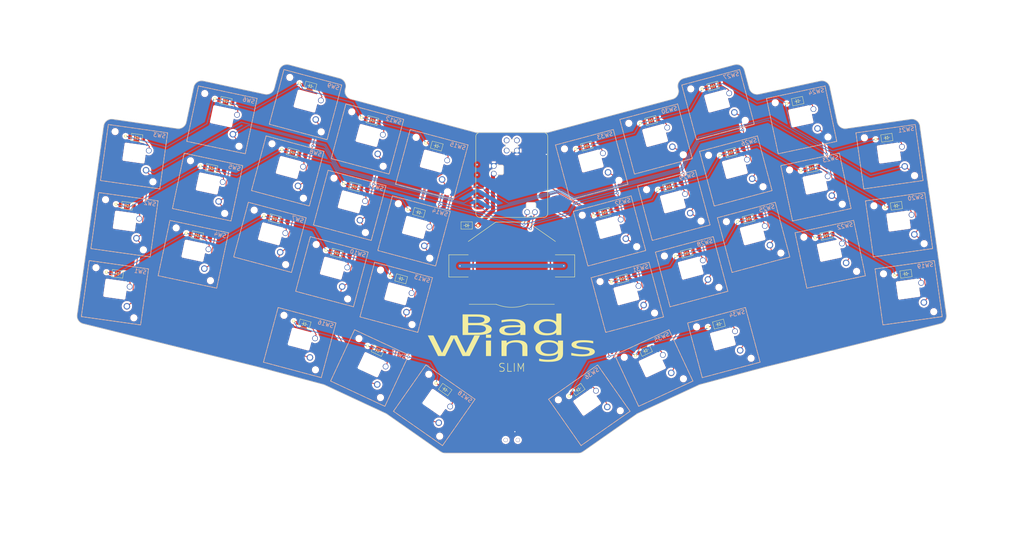
<source format=kicad_pcb>
(kicad_pcb (version 20221018) (generator pcbnew)
  (title_block (title "pcb/bad_wings_thin") (rev "v1.0.0") (company "Unknown"))
  (layers (0 "F.Cu" signal) (31 "B.Cu" signal) (34 "B.Paste" user) (35 "F.Paste" user) (36 "B.SilkS" user "B.Silkscreen") (37 "F.SilkS" user "F.Silkscreen") (38 "B.Mask" user) (39 "F.Mask" user) (44 "Edge.Cuts" user))
  (net 0 "")
  (net 1 "/BAT")
  (net 2 "Net-(BD1-A)")
  (net 3 "/BAT-")
  (net 4 "/row2")
  (net 5 "Net-(D1-A)")
  (net 6 "/row1")
  (net 7 "Net-(D2-A)")
  (net 8 "/row0")
  (net 9 "Net-(D3-A)")
  (net 10 "Net-(D4-A)")
  (net 11 "Net-(D5-A)")
  (net 12 "Net-(D6-A)")
  (net 13 "Net-(D7-A)")
  (net 14 "Net-(D8-A)")
  (net 15 "Net-(D9-A)")
  (net 16 "Net-(D10-A)")
  (net 17 "Net-(D11-A)")
  (net 18 "Net-(D12-A)")
  (net 19 "Net-(D13-A)")
  (net 20 "Net-(D14-A)")
  (net 21 "Net-(D15-A)")
  (net 22 "/row3")
  (net 23 "Net-(D16-A)")
  (net 24 "Net-(D17-A)")
  (net 25 "Net-(D18-A)")
  (net 26 "/row6")
  (net 27 "Net-(D19-A)")
  (net 28 "/row5")
  (net 29 "Net-(D20-A)")
  (net 30 "/row4")
  (net 31 "Net-(D21-A)")
  (net 32 "Net-(D22-A)")
  (net 33 "Net-(D23-A)")
  (net 34 "Net-(D24-A)")
  (net 35 "Net-(D25-A)")
  (net 36 "Net-(D26-A)")
  (net 37 "Net-(D27-A)")
  (net 38 "Net-(D28-A)")
  (net 39 "Net-(D29-A)")
  (net 40 "Net-(D30-A)")
  (net 41 "Net-(D31-A)")
  (net 42 "Net-(D32-A)")
  (net 43 "Net-(D33-A)")
  (net 44 "/row7")
  (net 45 "Net-(D34-A)")
  (net 46 "Net-(D35-A)")
  (net 47 "Net-(D36-A)")
  (net 48 "/GND")
  (net 50 "/col0")
  (net 51 "/col1")
  (net 52 "/col2")
  (net 53 "/col3")
  (net 54 "/col4")
  (net 59 "/RESET")
  (footprint "0-badwings:Kailh-PG1425-X-Switch" (layer "F.Cu") (at 69.134954 -0.640033 165)
    (fp_text reference "SW13")
    (fp_text value "SW_Push_45deg" hide)
  )
  (footprint "0-badwings:Kailh-PG1425-X-Switch" (layer "F.Cu") (at 137.776515 -23.39254 -165)
    (fp_text reference "SW29")
    (fp_text value "SW_Push_45deg" hide)
  )
  (footprint "0-badwings:Kailh-PG1425-X-Switch" (layer "F.Cu") (at 53.231842 -6.971793 165)
    (fp_text reference "SW10")
    (fp_text value "SW_Push_45deg" hide)
  )
  (footprint "0-badwings:D_SOD-123" (layer "F.Cu") (at 147.467966 -52.906538 15)
    (fp_text reference "D27" hide)
    (fp_text value "1N4148W" hide)
  )
  (footprint "0-badwings:D_SOD-123" (layer "F.Cu") (at 195.15946 -6.46831 8)
    (fp_text reference "D19" hide)
    (fp_text value "1N4148W" hide)
  )
  (footprint "0-badwings:D_SOD-123" (layer "F.Cu") (at 39.140477 -20.065042 -15)
    (fp_text reference "D7" hide)
    (fp_text value "1N4148W" hide)
  )
  (footprint "0-badwings:logo" (layer "F.Cu") (at 97.704141 10.411151)
    (fp_text reference "LOGO1")
    (fp_text value "SLIM")
  )
  (footprint "0-badwings:D_SOD-123" (layer "F.Cu") (at 70.364342 -5.228185 -15)
    (fp_text reference "D13" hide)
    (fp_text value "1N4148W" hide)
  )
  (footprint "0-badwings:Kailh-PG1425-X-Switch" (layer "F.Cu") (at 4.319629 -35.433652 172)
    (fp_text reference "SW3")
    (fp_text value "SW_Push_45deg" hide)
  )
  (footprint "0-badwings:D_SOD-123" (layer "F.Cu") (at 140.947044 -11.559951 15)
    (fp_text reference "D28" hide)
    (fp_text value "1N4148W" hide)
  )
  (footprint "0-badwings:D_SOD-123" (layer "F.Cu") (at 130.82294 12.55951 25)
    (fp_text reference "D35" hide)
    (fp_text value "1N4148W" hide)
  )
  (footprint "0-badwings:Kailh-PG1425-X-Switch" (layer "F.Cu") (at 176.438138 -11.285687 -168)
    (fp_text reference "SW22")
    (fp_text value "SW_Push_45deg" hide)
  )
  (footprint "0-badwings:D_SOD-123" (layer "F.Cu") (at 27.026723 -49.188911 -12)
    (fp_text reference "D6" hide)
    (fp_text value "1N4148W" hide)
  )
  (footprint "0-badwings:Kailh-PG1425-X-Switch" (layer "F.Cu") (at 37.911095 -15.476901 165)
    (fp_text reference "SW7")
    (fp_text value "SW_Push_45deg" hide)
  )
  (footprint "0-badwings:Kailh-PG1425-X-Switch" (layer "F.Cu") (at 193.454593 -18.599089 -172)
    (fp_text reference "SW20")
    (fp_text value "SW_Push_45deg" hide)
  )
  (footprint "0-badwings:D_SOD-123" (layer "F.Cu") (at 175.45055 -15.931894 12)
    (fp_text reference "D22" hide)
    (fp_text value "1N4148W" hide)
  )
  (footprint "0-badwings:D_SOD-123" (layer "F.Cu") (at 168.381558 -49.188909 12)
    (fp_text reference "D24" hide)
    (fp_text value "1N4148W" hide)
  )
  (footprint "0-badwings:Kailh-PG1425-X-Switch" (layer "F.Cu") (at 18.970146 -11.285688 168)
    (fp_text reference "SW4")
    (fp_text value "SW_Push_45deg" hide)
  )
  (footprint "0-badwings:D_SOD-123" (layer "F.Cu") (at 120.644014 -21.648906 15)
    (fp_text reference "D32" hide)
    (fp_text value "1N4148W" hide)
  )
  (footprint "0-badwings:Kailh-PG1425-X-Switch" (layer "F.Cu") (at 142.176443 -6.971799 -165)
    (fp_text reference "SW28")
    (fp_text value "SW_Push_45deg" hide)
  )
  (footprint "0-badwings:D_SOD-123" (layer "F.Cu") (at 23.49222 -32.560395 -12)
    (fp_text reference "D5" hide)
    (fp_text value "1N4148W" hide)
  )
  (footprint "0-badwings:Kailh-PG1425-X-Switch" (layer "F.Cu") (at 133.376591 -39.813278 -165)
    (fp_text reference "SW30")
    (fp_text value "SW_Push_45deg" hide)
  )
  (footprint "0-badwings:D_SOD-123" (layer "F.Cu") (at 116.244104 -38.069652 15)
    (fp_text reference "D33" hide)
    (fp_text value "1N4148W" hide)
  )
  (footprint "0-badwings:Kailh-PG1425-X-Switch" (layer "F.Cu") (at 26.039141 -44.542723 168)
    (fp_text reference "SW6")
    (fp_text value "SW_Push_45deg" hide)
  )
  (footprint "0-badwings:D_SOD-123" (layer "F.Cu") (at 64.585339 12.559513 -25)
    (fp_text reference "D17" hide)
    (fp_text value "1N4148W" hide)
  )
  (footprint "0-badwings:D_SOD-123" (layer "F.Cu") (at 54.461233 -11.559949 -15)
    (fp_text reference "D10" hide)
    (fp_text value "1N4148W" hide)
  )
  (footprint "0-badwings:D_SOD-123" (layer "F.Cu") (at 4.980689 -40.137415 -8)
    (fp_text reference "D3" hide)
    (fp_text value "1N4148W" hide)
  )
  (footprint "0-badwings:D_SOD-123" (layer "F.Cu") (at 0.248808 -6.468303 -8)
    (fp_text reference "D1" hide)
    (fp_text value "1N4148W" hide)
  )
  (footprint "0-badwings:D_SOD-123" (layer "F.Cu") (at 58.861163 -27.980685 -15)
    (fp_text reference "D11" hide)
    (fp_text value "1N4148W" hide)
  )
  (footprint "0-badwings:D_SOD-123" (layer "F.Cu") (at 19.957737 -15.931901 -12)
    (fp_text reference "D4" hide)
    (fp_text value "1N4148W" hide)
  )
  (footprint "0-badwings:Kailh-PG1425-X-Switch" (layer "F.Cu") (at 116.880834 26.072969 -145)
    (fp_text reference "SW36")
    (fp_text value "SW_Push_45deg" hide)
  )
  (footprint "0-badwings:D_SOD-123" (layer "F.Cu") (at 63.261075 -44.401418 -15)
    (fp_text reference "D12" hide)
    (fp_text value "1N4148W" hide)
  )
  (footprint "0-badwings:BatteryHolder_Keystone_3002_1x2032" (layer "F.Cu") (at 97.704141 -8.423761 180)
    (fp_text reference "BT1")
    (fp_text value "Battery_Cell")
  )
  (footprint "0-badwings:D_SOD-123" (layer "F.Cu") (at 79.16418 -38.069661 -15)
    (fp_text reference "D15" hide)
    (fp_text value "1N4148W" hide)
  )
  (footprint "0-badwings:D_SOD-123" (layer "F.Cu") (at 43.540391 -36.485781 -15)
    (fp_text reference "D8" hide)
    (fp_text value "1N4148W" hide)
  )
  (footprint "0-badwings:Kailh-PG1425-X-Switch" (layer "F.Cu") (at -0.412268 -1.764539 172)
    (fp_text reference "SW1")
    (fp_text value "SW_Push_45deg" hide)
  )
  (footprint "0-badwings:Kailh-PG1425-X-Switch" (layer "F.Cu") (at 191.088662 -35.433638 -172)
    (fp_text reference "SW21")
    (fp_text value "SW_Push_45deg" hide)
  )
  (footprint "0-jasonhazel-footprints:SPDT_C128955" (layer "F.Cu") (at 97.704147 34.661156)
    (fp_text reference "PWR1" hide)
    (fp_text value "SW_SPDT" hide)
  )
  (footprint "0-badwings:Kailh-PG1425-X-Switch" (layer "F.Cu") (at 169.369151 -44.542712 -168)
    (fp_text reference "SW24")
    (fp_text value "SW_Push_45deg" hide)
  )
  (footprint "0-badwings:Kailh-PG1425-X-Switch" (layer "F.Cu") (at 73.534856 -17.060774 165)
    (fp_text reference "SW14")
    (fp_text value "SW_Push_45deg" hide)
  )
  (footprint "0-badwings:Kailh-PG1425-X-Switch" (layer "F.Cu") (at 126.273334 -0.640037 -165)
    (fp_text reference "SW31")
    (fp_text value "SW_Push_45deg" hide)
  )
  (footprint "0-badwings:D_SOD-123" (layer "F.Cu") (at 190.427596 -40.13742 8)
    (fp_text reference "D21" hide)
    (fp_text value "1N4148W" hide)
  )
  (footprint "0-badwings:D_SOD-123" (layer "F.Cu") (at 192.793525 -23.302871 8)
    (fp_text reference "D20" hide)
    (fp_text value "1N4148W" hide)
  )
  (footprint "0-badwings:Kailh-PG1425-X-Switch" (layer "F.Cu") (at 195.820544 -1.764535 -172)
    (fp_text reference "SW19")
    (fp_text value "SW_Push_45deg" hide)
  )
  (footprint "0-badwings:Kailh-PG1425-X-Switch" (layer "F.Cu") (at 62.031684 -39.813278 165)
    (fp_text reference "SW12")
    (fp_text value "SW_Push_45deg" hide)
  )
  (footprint "0-badwings:Kailh-PG1425-X-Switch" (layer "F.Cu") (at 22.504646 -27.914199 168)
    (fp_text reference "SW5")
    (fp_text value "SW_Push_45deg" hide)
  )
  (footprint "0-badwings:Kailh-PG1425-X-Switch" (layer "F.Cu") (at 117.473484 -33.481512 -165)
    (fp_text reference "SW33")
    (fp_text value "SW_Push_45deg" hide)
  )
  (footprint "0-badwings:D_SOD-123" (layer "F.Cu") (at 47.940319 -52.906531 -15)
    (fp_text reference "D9" hide)
    (fp_text value "1N4148W" hide)
  )
  (footprint "0-badwings:D_SOD-123" (layer "F.Cu") (at 81.251933 22.181995 -35)
    (fp_text reference "D18" hide)
    (fp_text value "1N4148W" hide)
  )
  (footprint "0-badwings:Kailh-PG1425-X-Switch" (layer "F.Cu") (at 157.497197 -15.476902 -165)
    (fp_text reference "SW25")
    (fp_text value "SW_Push_45deg" hide)
  )
  (footprint "0-badwings:Kailh-PG1425-X-Switch" (layer "F.Cu") (at 77.934783 -33.481507 165)
    (fp_text reference "SW15")
    (fp_text value "SW_Push_45deg" hide)
  )
  (footprint "0-badwings:Kailh-PG1425-X-Switch" (layer "F.Cu") (at 62.577893 16.864467 155)
    (fp_text reference "SW17")
    (fp_text value "SW_Push_45deg" hide)
  )
  (footprint "0-badwings:Kailh-PG1425-X-Switch" (layer "F.Cu") (at 45.271624 10.565511 165)
    (fp_text reference "SW16")
    (fp_text value "SW_Push_45deg" hide)
  )
  (footprint "0-badwings:Kailh-PG1425-X-Switch" (layer "F.Cu") (at 121.873412 -17.060774 -165)
    (fp_text reference "SW32")
    (fp_text value "SW_Push_45deg" hide)
  )
  (footprint "0-badwings:D_SOD-123" (layer "F.Cu") (at 171.916049 -32.560412 12)
    (fp_text reference "D23" hide)
    (fp_text value "1N4148W" hide)
  )
  (footprint "0-badwings:D_SOD-123" (layer "F.Cu") (at 2.614747 -23.302871 -8)
    (fp_text reference "D2" hide)
    (fp_text value "1N4148W" hide)
  )
  (footprint "0-badwings:xiao-ble-smd-cutout" (layer "F.Cu") (at 97.704143 -30.92377)
    (fp_text reference "U1")
    (fp_text value "xiao-ble")
    (fp_line (start -4.699 -0.7488) (end -4.699 -1.7902) (stroke (width 0.12)) (layer "Edge.Cuts"))
    (fp_line (start -4.0132 -2.476) (end -2.413 -2.476) (stroke (width 0.12)) (layer "Edge.Cuts"))
    (fp_line (start -2.413 -0.063) (end -4.0132 -0.063) (stroke (width 0.12)) (layer "Edge.Cuts"))
    (fp_line (start -2.032 -2.095) (end -2.032 -0.444) (stroke (width 0.12)) (layer "Edge.Cuts"))
    (fp_line (start -1.524 -6.4638) (end -1.524 -8.1402) (stroke (width 0.12)) (layer "Edge.Cuts"))
    (fp_line (start -0.8382 -8.826) (end 0.8382 -8.826) (stroke (width 0.12)) (layer "Edge.Cuts"))
    (fp_line (start -0.8382 -5.778) (end 0.8382 -5.778) (stroke (width 0.12)) (layer "Edge.Cuts"))
    (fp_line (start 1.524 -6.4638) (end 1.524 -8.1402) (stroke (width 0.12)) (layer "Edge.Cuts"))
    (fp_line (start 3.556 8.7762) (end 3.5565 7.176) (stroke (width 0.12)) (layer "Edge.Cuts"))
    (fp_line (start 3.9375 6.795) (end 5.5885 6.795) (stroke (width 0.12)) (layer "Edge.Cuts"))
    (fp_line (start 5.2832 9.462) (end 4.2418 9.462) (stroke (width 0.12)) (layer "Edge.Cuts"))
    (fp_line (start 5.9695 7.176) (end 5.969 8.7762) (stroke (width 0.12)) (layer "Edge.Cuts"))
    (fp_arc (start -4.699 -0.7488) (mid -4.095391 -0.666609) (end -4.0132 -0.063) (stroke (width 0.12)) (layer "Edge.Cuts"))
    (fp_arc (start -4.0132 -2.476) (mid -4.095391 -1.872391) (end -4.699 -1.7902) (stroke (width 0.12)) (layer "Edge.Cuts"))
    (fp_arc (start -2.413 -2.476) (mid -2.143592 -2.364408) (end -2.032 -2.095) (stroke (width 0.12)) (layer "Edge.Cuts"))
    (fp_arc (start -2.032 -0.444) (mid -2.143592 -0.174592) (end -2.413 -0.063) (stroke (width 0.12)) (layer "Edge.Cuts"))
    (fp_arc (start -1.524 -6.4638) (mid -0.920391 -6.381609) (end -0.8382 -5.778) (stroke (width 0.12)) (layer "Edge.Cuts"))
    (fp_arc (start -0.8382 -8.826) (mid -0.920391 -8.222391) (end -1.524 -8.1402) (stroke (width 0.12)) (layer "Edge.Cuts"))
    (fp_arc (start 0.8382 -5.778) (mid 0.920391 -6.381609) (end 1.524 -6.4638) (stroke (width 0.12)) (layer "Edge.Cuts"))
    (fp_arc (start 1.524 -8.1402) (mid 0.920393 -8.222393) (end 0.8382 -8.826) (stroke (width 0.12)) (layer "Edge.Cuts"))
    (fp_arc (start 3.556 8.7762) (mid 4.159607 8.858393) (end 4.2418 9.462) (stroke (width 0.12)) (layer "Edge.Cuts"))
    (fp_arc (start 3.5565 7.176) (mid 3.668092 6.906592) (end 3.9375 6.795) (stroke (width 0.12)) (layer "Edge.Cuts"))
    (fp_arc (start 5.2832 9.462) (mid 5.365393 8.858393) (end 5.969 8.7762) (stroke (width 0.12)) (layer "Edge.Cuts"))
    (fp_arc (start 5.5885 6.795) (mid 5.857908 6.906592) (end 5.9695 7.176) (stroke (width 0.12)) (layer "Edge.Cuts"))
  )
  (footprint "0-badwings:Kailh-PG1425-X-Switch" (layer "F.Cu") (at 150.136663 10.565512 -165)
    (fp_text reference "SW34")
    (fp_text value "SW_Push_45deg" hide)
  )
  (footprint "0-badwings:D_SOD-123" (layer "F.Cu") (at 114.156352 22.181984 35)
    (fp_text reference "D36" hide)
    (fp_text value "1N4148W" hide)
  )
  (footprint "0-badwings:Kailh-PG1425-X-Switch" (layer "F.Cu") (at 148.697348 -48.318394 -165)
    (fp_text reference "SW27")
    (fp_text value "SW_Push_45deg" hide)
  )
  (footprint "0-badwings:D_SOD-123" (layer "F.Cu") (at 132.147201 -44.401418 15)
    (fp_text reference "D30" hide)
    (fp_text value "1N4148W" hide)
  )
  (footprint "0-badwings:D_SOD-123" (layer "F.Cu") (at 148.907271 5.977365 15)
    (fp_text reference "D34" hide)
    (fp_text value "1N4148W" hide)
  )
  (footprint "0-badwings:Kailh-PG1425-X-Switch" (layer "F.Cu") (at 78.527445 26.072954 145)
    (fp_text reference "SW18")
    (fp_text value "SW_Push_45deg" hide)
  )
  (footprint "0-badwings:D_SOD-123" (layer "F.Cu") (at 46.501017 5.977368 -15)
    (fp_text reference "D16" hide)
    (fp_text value "1N4148W" hide)
  )
  (footprint "0-badwings:Kailh-PG1425-X-Switch" (layer "F.Cu") (at 57.631768 -23.392553 165)
    (fp_text reference "SW11")
    (fp_text value "SW_Push_45deg" hide)
  )
  (footprint "0-badwings:Kailh-PG1425-X-Switch" (layer "F.Cu") (at 172.903634 -27.914196 -168)
    (fp_text reference "SW23")
    (fp_text value "SW_Push_45deg" hide)
  )
  (footprint "0-badwings:D_SOD-123" (layer "F.Cu") (at 125.043933 -5.22819 15)
    (fp_text reference "D31" hide)
    (fp_text value "1N4148W" hide)
  )
  (footprint "0-badwings:D_SOD-123" (layer "F.Cu") (at 74.764258 -21.648899 -15)
    (fp_text reference "D14" hide)
    (fp_text value "1N4148W" hide)
  )
  (footprint "0-badwings:D_SOD-123" (layer "F.Cu") (at 136.547119 -27.980683 15)
    (fp_text reference "D29" hide)
    (fp_text value "1N4148W" hide)
  )
  (footprint "0-badwings:D_SOD-123" (layer "F.Cu") (at 86.55914 -18.423757 180)
    (fp_text reference "BD1" hide)
    (fp_text value "1N4148W" hide)
  )
  (footprint "0-badwings:D_SOD-123" (layer "F.Cu") (at 151.867885 -36.485788 15)
    (fp_text reference "D26" hide)
    (fp_text value "1N4148W" hide)
  )
  (footprint "0-badwings:Kailh-PG1425-X-Switch" (layer "F.Cu") (at 46.710931 -48.318384 165)
    (fp_text reference "SW9")
    (fp_text value "SW_Push_45deg" hide)
  )
  (footprint "0-badwings:Kailh-PG1425-X-Switch" (layer "F.Cu") (at 42.311002 -31.89765 165)
    (fp_text reference "SW8")
    (fp_text value "SW_Push_45deg" hide)
  )
  (footprint "0-badwings:D_SOD-123" (layer "F.Cu") (at 156.267811 -20.065046 15)
    (fp_text reference "D25" hide)
    (fp_text value "1N4148W" hide)
  )
  (footprint "0-badwings:Kailh-PG1425-X-Switch" (layer "F.Cu") (at 1.953676 -18.5991 172)
    (fp_text reference "SW2")
    (fp_text value "SW_Push_45deg" hide)
  )
  (footprint "0-badwings:Kailh-PG1425-X-Switch" (layer "F.Cu") (at 153.097274 -31.897655 -165)
    (fp_text reference "SW26")
    (fp_text value "SW_Push_45deg" hide)
  )
  (footprint "0-badwings:Kailh-PG1425-X-Switch" (layer "F.Cu") (at 132.830381 16.864473 -155)
    (fp_text reference "SW35")
    (fp_text value "SW_Push_45deg" hide)
  )
  (gr_arc (start 19.074927 -52.661475) (mid 19.944722 -53.924786) (end 21.453514 -54.200561) (stroke (width 0.15)) (layer "Edge.Cuts"))
  (gr_arc (start 138.804644 -52.396946) (mid 139.004443 -53.914584) (end 140.218856 -54.846425) (stroke (width 0.15)) (layer "Edge.Cuts"))
  (gr_line (start 34.842658 16.571308) (end -8.261425 5.903176) (stroke (width 0.15)) (layer "Edge.Cuts"))
  (gr_line (start 178.177239 -43.986611) (end 176.333355 -52.66147) (stroke (width 0.15)) (layer "Edge.Cuts"))
  (gr_arc (start 38.993414 -52.357675) (mid 38.103748 -51.168307) (end 36.639291 -50.920389) (stroke (width 0.15)) (layer "Edge.Cuts"))
  (gr_arc (start -3.194479 -43.043069) (mid -2.413425 -44.36511) (end -0.925324 -44.74378) (stroke (width 0.15)) (layer "Edge.Cuts"))
  (gr_arc (start 40.18289 -56.796877) (mid 41.114744 -58.011279) (end 42.632378 -58.211075) (stroke (width 0.15)) (layer "Edge.Cuts"))
  (gr_line (start 196.333607 -44.743785) (end 180.42215 -42.423368) (stroke (width 0.15)) (layer "Edge.Cuts"))
  (gr_line (start 106.282202 -41.423766) (end 89.126078 -41.423764) (stroke (width 0.15)) (layer "Edge.Cuts"))
  (gr_line (start 57.953134 -49.705976) (end 88.608429 -41.491906) (stroke (width 0.15)) (layer "Edge.Cuts"))
  (gr_arc (start 173.954787 -54.200548) (mid 175.46356 -53.92477) (end 176.333355 -52.66147) (stroke (width 0.15)) (layer "Edge.Cuts"))
  (gr_line (start 51.113008 20.930555) (end 34.879814 16.580888) (stroke (width 0.15)) (layer "Edge.Cuts"))
  (gr_line (start 173.954788 -54.200548) (end 158.769006 -50.920384) (stroke (width 0.15)) (layer "Edge.Cuts"))
  (gr_arc (start 106.799863 -41.491911) (mid 106.543266 -41.44087) (end 106.282202 -41.423766) (stroke (width 0.15)) (layer "Edge.Cuts"))
  (gr_line (start 56.603624 -52.396946) (end 56.538928 -52.155468) (stroke (width 0.15)) (layer "Edge.Cuts"))
  (gr_arc (start 89.126077 -41.423764) (mid 88.86502 -41.440873) (end 88.608429 -41.491906) (stroke (width 0.15)) (layer "Edge.Cuts"))
  (gr_line (start 81.245445 37.911162) (end 114.162853 37.911169) (stroke (width 0.15)) (layer "Edge.Cuts"))
  (gr_line (start 144.12624 20.975839) (end 144.12624 20.975839) (stroke (width 0.15)) (layer "Edge.Cuts"))
  (gr_arc (start 196.333607 -44.743785) (mid 197.821706 -44.36511) (end 198.602748 -43.043069) (stroke (width 0.15)) (layer "Edge.Cuts"))
  (gr_line (start 156.41486 -52.357668) (end 155.225391 -56.796866) (stroke (width 0.15)) (layer "Edge.Cuts"))
  (gr_line (start 128.71904 28.160359) (end 128.71904 28.160359) (stroke (width 0.15)) (layer "Edge.Cuts"))
  (gr_line (start 66.68926 28.16035) (end 66.68926 28.16035) (stroke (width 0.15)) (layer "Edge.Cuts"))
  (gr_arc (start 55.189413 -54.846426) (mid 56.403823 -53.914579) (end 56.603624 -52.396946) (stroke (width 0.15)) (layer "Edge.Cuts"))
  (gr_line (start 138.804644 -52.396946) (end 138.869357 -52.155457) (stroke (width 0.15)) (layer "Edge.Cuts"))
  (gr_line (start -9.761454 3.683406) (end -3.194492 -43.043059) (stroke (width 0.15)) (layer "Edge.Cuts"))
  (gr_arc (start 57.953132 -49.705977) (mid 56.738722 -50.637831) (end 56.538928 -52.155468) (stroke (width 0.15)) (layer "Edge.Cuts"))
  (gr_arc (start 180.422148 -42.423368) (mid 178.99063 -42.761159) (end 178.177239 -43.986611) (stroke (width 0.15)) (layer "Edge.Cuts"))
  (gr_arc (start 143.96768 21.049791) (mid 144.128874 20.983024) (end 144.295273 20.930559) (stroke (width 0.15)) (layer "Edge.Cuts"))
  (gr_arc (start -8.261425 5.903176) (mid -9.438034 5.081565) (end -9.761454 3.683406) (stroke (width 0.15)) (layer "Edge.Cuts"))
  (gr_arc (start 128.575686 28.260701) (mid 128.722837 28.166956) (end 128.877604 28.086403) (stroke (width 0.15)) (layer "Edge.Cuts"))
  (gr_arc (start 138.869356 -52.155458) (mid 138.669555 -50.63782) (end 137.455142 -49.705973) (stroke (width 0.15)) (layer "Edge.Cuts"))
  (gr_arc (start 34.842658 16.571308) (mid 34.86126 16.576007) (end 34.879814 16.580888) (stroke (width 0.15)) (layer "Edge.Cuts"))
  (gr_line (start 42.632378 -58.211075) (end 55.189413 -54.846427) (stroke (width 0.15)) (layer "Edge.Cuts"))
  (gr_line (start 128.877604 28.086403) (end 143.96768 21.049791) (stroke (width 0.15)) (layer "Edge.Cuts"))
  (gr_line (start 160.565618 16.57131) (end 203.669691 5.903166) (stroke (width 0.15)) (layer "Edge.Cuts"))
  (gr_arc (start 115.310002 37.549465) (mid 114.764262 37.818591) (end 114.162853 37.911169) (stroke (width 0.15)) (layer "Edge.Cuts"))
  (gr_line (start 144.295273 20.930559) (end 160.528473 16.580888) (stroke (width 0.15)) (layer "Edge.Cuts"))
  (gr_arc (start 152.775905 -58.211091) (mid 154.293548 -58.011286) (end 155.225391 -56.796866) (stroke (width 0.15)) (layer "Edge.Cuts"))
  (gr_line (start 152.775907 -58.211088) (end 140.218856 -54.846425) (stroke (width 0.15)) (layer "Edge.Cuts"))
  (gr_line (start 17.231028 -43.986605) (end 19.074929 -52.661474) (stroke (width 0.15)) (layer "Edge.Cuts"))
  (gr_arc (start 205.169732 3.683394) (mid 204.846309 5.081562) (end 203.669691 5.903166) (stroke (width 0.15)) (layer "Edge.Cuts"))
  (gr_line (start 205.169732 3.683394) (end 198.602748 -43.043069) (stroke (width 0.15)) (layer "Edge.Cuts"))
  (gr_line (start 21.453514 -54.200561) (end 36.639291 -50.920389) (stroke (width 0.15)) (layer "Edge.Cuts"))
  (gr_line (start 137.455142 -49.705973) (end 106.799864 -41.491912) (stroke (width 0.15)) (layer "Edge.Cuts"))
  (gr_line (start -0.925324 -44.74378) (end 14.986132 -42.42337) (stroke (width 0.15)) (layer "Edge.Cuts"))
  (gr_line (start 115.310002 37.549465) (end 128.575684 28.260699) (stroke (width 0.15)) (layer "Edge.Cuts"))
  (gr_line (start 38.993413 -52.357673) (end 40.182893 -56.796879) (stroke (width 0.15)) (layer "Edge.Cuts"))
  (gr_line (start 80.098285 37.549455) (end 66.832587 28.260701) (stroke (width 0.15)) (layer "Edge.Cuts"))
  (gr_arc (start 158.769006 -50.920383) (mid 157.304533 -51.168292) (end 156.41486 -52.357668) (stroke (width 0.15)) (layer "Edge.Cuts"))
  (gr_line (start 51.282028 20.97584) (end 51.282028 20.97584) (stroke (width 0.15)) (layer "Edge.Cuts"))
  (gr_line (start 66.530671 28.086396) (end 51.4406 21.049787) (stroke (width 0.15)) (layer "Edge.Cuts"))
  (gr_arc (start 17.231027 -43.986606) (mid 16.417636 -42.761175) (end 14.986132 -42.42337) (stroke (width 0.15)) (layer "Edge.Cuts"))
  (gr_arc (start 81.245445 37.911162) (mid 80.644025 37.818599) (end 80.098285 37.549455) (stroke (width 0.15)) (layer "Edge.Cuts"))
  (gr_arc (start 160.528473 16.580888) (mid 160.547023 16.576013) (end 160.565618 16.57131) (stroke (width 0.15)) (layer "Edge.Cuts"))
  (gr_arc (start 66.530671 28.086396) (mid 66.685433 28.16696) (end 66.832587 28.260701) (stroke (width 0.15)) (layer "Edge.Cuts"))
  (gr_arc (start 51.113008 20.930555) (mid 51.279407 20.98302) (end 51.4406 21.049787) (stroke (width 0.15)) (layer "Edge.Cuts"))
  (segment (start 93.065664 -22.13627) (end 93.065652 -31.04273) (width 1) (layer "F.Cu") (net 1))
  (segment (start 89.353134 -18.423769) (end 93.065664 -22.13627) (width 1) (layer "F.Cu") (net 1))
  (segment (start 110.504141 -8.423761) (end 110.52733 -8.423761) (width 1) (layer "F.Cu") (net 2))
  (segment (start 84.909126 -18.42377) (end 84.909132 -8.428769) (width 1) (layer "F.Cu") (net 2))
  (segment (start 110.52733 -8.423761) (end 110.545395 -8.441826) (width 1) (layer "F.Cu") (net 2))
  (segment (start 84.909132 -8.428769) (end 84.904135 -8.423763) (width 1) (layer "F.Cu") (net 2))
  (via (at 84.904141 -8.423761) (size 0.6) (drill 0.3) (layers "F.Cu" "B.Cu") (net 2))
  (via (at 110.545395 -8.441826) (size 0.6) (drill 0.3) (layers "F.Cu" "B.Cu") (net 2))
  (segment (start 84.922206 -8.441826) (end 84.904141 -8.423761) (width 1) (layer "B.Cu") (net 2))
  (segment (start 110.545395 -8.441826) (end 84.922206 -8.441826) (width 1) (layer "B.Cu") (net 2))
  (segment (start 97.704141 -8.423761) (end 95.454147 -6.173767) (width 1) (layer "F.Cu") (net 3))
  (segment (start 95.454147 -6.173767) (end 95.454147 32.586156) (width 1) (layer "F.Cu") (net 3))
  (segment (start 89.134188 -33.463762) (end 85.986972 -34.307055) (width 0.2) (layer "F.Cu") (net 4))
  (segment (start 67.583256 -6.093843) (end 67.66554 -5.95132) (width 0.2) (layer "F.Cu") (net 4))
  (segment (start 74.475028 -20.53872) (end 71.656136 -21.294043) (width 0.2) (layer "F.Cu") (net 4))
  (segment (start 89.134188 -33.463769) (end 89.134188 -33.463762) (width 0.2) (layer "F.Cu") (net 4))
  (segment (start 76.732571 -28.964036) (end 74.475028 -20.53872) (width 0.2) (layer "F.Cu") (net 4))
  (segment (start 71.656136 -21.294043) (end 67.583256 -6.093843) (width 0.2) (layer "F.Cu") (net 4))
  (segment (start 85.986972 -34.307055) (end 76.732571 -28.964036) (width 0.2) (layer "F.Cu") (net 4))
  (via (at 89.134188 -33.463762) (size 0.6) (drill 0.3) (layers "F.Cu" "B.Cu") (net 4))
  (segment (start -0.456171 -6.304695) (end 17.224794 -16.512797) (width 0.2) (layer "B.Cu") (net 4))
  (segment (start 51.762435 -12.283073) (end 48.757236 -17.488249) (width 0.2) (layer "B.Cu") (net 4))
  (segment (start 17.224794 -16.512797) (end 25.292325 -14.351094) (width 0.2) (layer "B.Cu") (net 4))
  (segment (start 48.757236 -17.488249) (end 36.441679 -20.788188) (width 0.2) (layer "B.Cu") (net 4))
  (segment (start -2.518004 -6.857155) (end -0.456171 -6.304695) (width 0.2) (layer "B.Cu") (net 4))
  (segment (start 67.66554 -5.95132) (end 66.25132 -8.400805) (width 0.2) (layer "B.Cu") (net 4))
  (segment (start 25.292325 -14.351094) (end 36.441679 -20.788188) (width 0.2) (layer "B.Cu") (net 4))
  (segment (start 66.25132 -8.400805) (end 51.762435 -12.283073) (width 0.2) (layer "B.Cu") (net 4))
  (segment (start 3.372169 -4.262144) (end 1.88274 -6.238669) (width 0.2) (layer "F.Cu") (net 5))
  (segment (start 3.234721 -3.2841) (end 3.372169 -4.262144) (width 0.2) (layer "F.Cu") (net 5))
  (segment (start 74.456097 -21.731491) (end 76.451783 -29.179485) (width 0.2) (layer "F.Cu") (net 6))
  (segment (start 88.545129 -36.161596) (end 89.134188 -36.003749) (width 0.2) (layer "F.Cu") (net 6))
  (segment (start 72.065468 -22.372053) (end 74.456097 -21.731491) (width 0.2) (layer "F.Cu") (net 6))
  (segment (start 76.451783 -29.179485) (end 88.545129 -36.161596) (width 0.2) (layer "F.Cu") (net 6))
  (segment (start 53.157165 -33.908992) (end 40.841588 -37.208926) (width 0.2) (layer "B.Cu") (net 6))
  (segment (start 2.951666 -22.860073) (end 20.759283 -33.141307) (width 0.2) (layer "B.Cu") (net 6))
  (segment (start 29.663701 -30.75537) (end 40.841588 -37.208926) (width 0.2) (layer "B.Cu") (net 6))
  (segment (start 56.162361 -28.703824) (end 53.157165 -33.908992) (width 0.2) (layer "B.Cu") (net 6))
  (segment (start -0.152058 -23.69171) (end 2.951666 -22.860073) (width 0.2) (layer "B.Cu") (net 6))
  (segment (start 72.065468 -22.372053) (end 70.651238 -24.821534) (width 0.2) (layer "B.Cu") (net 6))
  (segment (start 20.759283 -33.141307) (end 29.663701 -30.75537) (width 0.2) (layer "B.Cu") (net 6))
  (segment (start 70.651238 -24.821534) (end 56.162361 -28.703824) (width 0.2) (layer "B.Cu") (net 6))
  (segment (start 5.738124 -21.096686) (end 4.248683 -23.073245) (width 0.2) (layer "F.Cu") (net 7))
  (segment (start 5.600667 -20.11866) (end 5.738124 -21.096686) (width 0.2) (layer "F.Cu") (net 7))
  (segment (start 80.186631 -40.941262) (end 89.134175 -38.54376) (width 0.2) (layer "F.Cu") (net 8))
  (segment (start 76.465395 -38.792796) (end 80.186631 -40.941262) (width 0.2) (layer "F.Cu") (net 8))
  (segment (start 34.035095 -47.159636) (end 45.241528 -53.629669) (width 0.2) (layer "B.Cu") (net 8))
  (segment (start 24.29378 -49.769811) (end 34.035095 -47.159636) (width 0.2) (layer "B.Cu") (net 8))
  (segment (start 2.213878 -40.52626) (end 12.28731 -37.827104) (width 0.2) (layer "B.Cu") (net 8))
  (segment (start 46.11458 -52.117504) (end 45.241528 -53.629669) (width 0.2) (layer "B.Cu") (net 8))
  (segment (start 60.562279 -45.124574) (end 58.430139 -48.81755) (width 0.2) (layer "B.Cu") (net 8))
  (segment (start 12.28731 -37.827104) (end 22.337996 -43.629867) (width 0.2) (layer "B.Cu") (net 8))
  (segment (start 75.051179 -41.242265) (end 60.562279 -45.124574) (width 0.2) (layer "B.Cu") (net 8))
  (segment (start 58.430139 -48.81755) (end 46.11458 -52.117504) (width 0.2) (layer "B.Cu") (net 8))
  (segment (start 76.465395 -38.792796) (end 75.051179 -41.242265) (width 0.2) (layer "B.Cu") (net 8))
  (segment (start 22.337996 -43.629867) (end 23.926348 -49.557687) (width 0.2) (layer "B.Cu") (net 8))
  (segment (start 23.926348 -49.557687) (end 24.29378 -49.769811) (width 0.2) (layer "B.Cu") (net 8))
  (segment (start 8.10406 -37.931244) (end 6.614628 -39.907788) (width 0.2) (layer "F.Cu") (net 9))
  (segment (start 7.966601 -36.953213) (end 8.10406 -37.931244) (width 0.2) (layer "F.Cu") (net 9))
  (segment (start 22.714247 -12.54715) (end 22.919593 -13.513226) (width 0.2) (layer "F.Cu") (net 10))
  (segment (start 22.919593 -13.513226) (end 21.571673 -15.58883) (width 0.2) (layer "F.Cu") (net 10))
  (segment (start 26.454085 -30.141732) (end 25.106176 -32.217349) (width 0.2) (layer "F.Cu") (net 11))
  (segment (start 26.248752 -29.175654) (end 26.454085 -30.141732) (width 0.2) (layer "F.Cu") (net 11))
  (segment (start 29.783244 -45.804178) (end 29.988584 -46.770246) (width 0.2) (layer "F.Cu") (net 12))
  (segment (start 29.988584 -46.770246) (end 28.64067 -48.845862) (width 0.2) (layer "F.Cu") (net 12))
  (segment (start 41.716066 -16.540691) (end 41.971684 -17.494679) (width 0.2) (layer "F.Cu") (net 13))
  (segment (start 41.971684 -17.494679) (end 40.734262 -19.63801) (width 0.2) (layer "F.Cu") (net 13))
  (segment (start 46.37162 -33.915422) (end 45.134173 -36.05874) (width 0.2) (layer "F.Cu") (net 14))
  (segment (start 46.115996 -32.961429) (end 46.37162 -33.915422) (width 0.2) (layer "F.Cu") (net 14))
  (segment (start 50.51592 -49.382168) (end 50.771539 -50.336172) (width 0.2) (layer "F.Cu") (net 15))
  (segment (start 50.771539 -50.336172) (end 49.534101 -52.479485) (width 0.2) (layer "F.Cu") (net 15))
  (segment (start 57.292452 -8.989583) (end 56.055022 -11.1329) (width 0.2) (layer "F.Cu") (net 16))
  (segment (start 57.036828 -8.035587) (end 57.292452 -8.989583) (width 0.2) (layer "F.Cu") (net 16))
  (segment (start 61.43676 -24.45634) (end 61.692373 -25.410322) (width 0.2) (layer "F.Cu") (net 17))
  (segment (start 61.692373 -25.410322) (end 60.454942 -27.553636) (width 0.2) (layer "F.Cu") (net 17))
  (segment (start 66.092304 -41.831065) (end 64.854859 -43.974376) (width 0.2) (layer "F.Cu") (net 18))
  (segment (start 65.836677 -40.877068) (end 66.092304 -41.831065) (width 0.2) (layer "F.Cu") (net 18))
  (segment (start 71.960336 -4.800528) (end 71.958118 -4.801123) (width 0.2) (layer "F.Cu") (net 19))
  (segment (start 73.196148 -2.660028) (end 71.960336 -4.800528) (width 0.2) (layer "F.Cu") (net 19))
  (segment (start 72.939941 -1.703802) (end 73.196148 -2.660028) (width 0.2) (layer "F.Cu") (net 19))
  (segment (start 77.339853 -18.124544) (end 77.595468 -19.078555) (width 0.2) (layer "F.Cu") (net 20))
  (segment (start 77.595468 -19.078555) (end 76.358035 -21.221843) (width 0.2) (layer "F.Cu") (net 20))
  (segment (start 81.995389 -35.499285) (end 81.739775 -34.545283) (width 0.2) (layer "F.Cu") (net 21))
  (segment (start 80.757953 -37.64259) (end 81.995389 -35.499285) (width 0.2) (layer "F.Cu") (net 21))
  (segment (start 89.134186 -30.923771) (end 89.134181 -30.92377) (width 0.2) (layer "F.Cu") (net 22))
  (segment (start 72.125109 14.077516) (end 84.172252 -30.883099) (width 0.2) (layer "F.Cu") (net 22))
  (segment (start 84.172252 -30.883099) (end 85.793233 -31.818959) (width 0.2) (layer "F.Cu") (net 22))
  (segment (start 85.793233 -31.818959) (end 89.134181 -30.92377) (width 0.2) (layer "F.Cu") (net 22))
  (segment (start 89.134185 -30.923773) (end 89.134186 -30.923771) (width 0.2) (layer "F.Cu") (net 22))
  (via (at 72.125109 14.077516) (size 0.6) (drill 0.3) (layers "F.Cu" "B.Cu") (net 22))
  (via (at 89.134181 -30.92377) (size 0.6) (drill 0.3) (layers "F.Cu" "B.Cu") (net 22))
  (segment (start 62.053114 11.378724) (end 77.540083 15.528447) (width 0.2) (layer "B.Cu") (net 22))
  (segment (start 44.645167 6.714279) (end 62.053114 11.378724) (width 0.2) (layer "B.Cu") (net 22))
  (segment (start 77.540083 15.528447) (end 79.436495 18.813149) (width 0.2) (layer "B.Cu") (net 22))
  (segment (start 43.802202 5.254233) (end 44.645167 6.714279) (width 0.2) (layer "B.Cu") (net 22))
  (segment (start 79.436495 18.813149) (end 78.963231 20.579408) (width 0.2) (layer "B.Cu") (net 22))
  (segment (start 49.0766 9.501734) (end 49.332232 8.547729) (width 0.2) (layer "F.Cu") (net 23))
  (segment (start 49.332232 8.547729) (end 48.094793 6.404407) (width 0.2) (layer "F.Cu") (net 23))
  (segment (start 66.080748 13.256829) (end 66.927202 15.582451) (width 0.2) (layer "F.Cu") (net 24))
  (segment (start 66.927202 15.582451) (end 66.50979 16.477576) (width 0.2) (layer "F.Cu") (net 24))
  (segment (start 83.033292 25.565668) (end 82.603541 23.128393) (width 0.2) (layer "F.Cu") (net 25))
  (segment (start 82.466798 26.374713) (end 83.033292 25.565668) (width 0.2) (layer "F.Cu") (net 25))
  (segment (start 122.345137 -4.505044) (end 121.576461 -4.948841) (width 0.2) (layer "F.Cu") (net 26))
  (segment (start 117.068103 -21.774261) (end 108.83226 -26.529227) (width 0.2) (layer "F.Cu") (net 26))
  (segment (start 121.576461 -4.948841) (end 117.068103 -21.774261) (width 0.2) (layer "F.Cu") (net 26))
  (segment (start 108.83226 -26.529227) (end 106.274104 -25.843771) (width 0.2) (layer "F.Cu") (net 26))
  (segment (start 122.345139 -4.505046) (end 136.834044 -8.387338) (width 0.2) (layer "B.Cu") (net 26))
  (segment (start 136.834044 -8.387338) (end 138.248243 -10.836808) (width 0.2) (layer "B.Cu") (net 26))
  (segment (start 176.866376 -16.46265) (end 172.717605 -15.350994) (width 0.2) (layer "B.Cu") (net 26))
  (segment (start 138.248243 -10.836808) (end 150.563815 -14.136754) (width 0.2) (layer "B.Cu") (net 26))
  (segment (start 161.926442 -21.58128) (end 153.569015 -19.341907) (width 0.2) (layer "B.Cu") (net 26))
  (segment (start 172.717605 -15.350994) (end 161.926442 -21.58128) (width 0.2) (layer "B.Cu") (net 26))
  (segment (start 150.563815 -14.136754) (end 153.569015 -19.341907) (width 0.2) (layer "B.Cu") (net 26))
  (segment (start 191.942813 -7.758269) (end 176.866376 -16.46265) (width 0.2) (layer "B.Cu") (net 26))
  (segment (start 192.392649 -6.079457) (end 191.942813 -7.758269) (width 0.2) (layer "B.Cu") (net 26))
  (segment (start 198.769943 -5.208512) (end 196.793401 -6.697944) (width 0.2) (layer "F.Cu") (net 27))
  (segment (start 198.907402 -4.230471) (end 198.769943 -5.208512) (width 0.2) (layer "F.Cu") (net 27))
  (segment (start 117.945216 -20.925768) (end 117.717083 -21.77716) (width 0.2) (layer "F.Cu") (net 28))
  (segment (start 117.717083 -21.77716) (end 106.274103 -28.383766) (width 0.2) (layer "F.Cu") (net 28))
  (segment (start 189.856062 -23.550923) (end 173.331875 -33.091164) (width 0.2) (layer "B.Cu") (net 28))
  (segment (start 158.363416 -38.226257) (end 149.169087 -35.762647) (width 0.2) (layer "B.Cu") (net 28))
  (segment (start 173.331875 -33.091164) (end 169.183107 -31.979508) (width 0.2) (layer "B.Cu") (net 28))
  (segment (start 190.026719 -22.914018) (end 189.856062 -23.550923) (width 0.2) (layer "B.Cu") (net 28))
  (segment (start 169.183107 -31.979508) (end 158.363416 -38.226257) (width 0.2) (layer "B.Cu") (net 28))
  (segment (start 132.434115 -24.808058) (end 133.848327 -27.257547) (width 0.2) (layer "B.Cu") (net 28))
  (segment (start 133.848327 -27.257547) (end 146.163889 -30.557487) (width 0.2) (layer "B.Cu") (net 28))
  (segment (start 146.163889 -30.557487) (end 149.169087 -35.762647) (width 0.2) (layer "B.Cu") (net 28))
  (segment (start 117.945219 -20.925769) (end 132.434115 -24.808058) (width 0.2) (layer "B.Cu") (net 28))
  (segment (start 196.541455 -21.065027) (end 196.404 -22.043078) (width 0.2) (layer "F.Cu") (net 29))
  (segment (start 196.404 -22.043078) (end 194.427469 -23.532502) (width 0.2) (layer "F.Cu") (net 29))
  (segment (start 113.545309 -37.346508) (end 110.489218 -32.053202) (width 0.2) (layer "F.Cu") (net 30))
  (segment (start 110.489218 -32.053202) (end 106.274103 -30.923773) (width 0.2) (layer "F.Cu") (net 30))
  (segment (start 158.37065 -48.627923) (end 163.318028 -49.953564) (width 0.2) (layer "B.Cu") (net 30))
  (segment (start 128.034186 -41.228795) (end 129.448404 -43.678282) (width 0.2) (layer "B.Cu") (net 30))
  (segment (start 144.769172 -52.183393) (end 149.852988 -53.545596) (width 0.2) (layer "B.Cu") (net 30))
  (segment (start 129.448404 -43.678282) (end 141.763964 -46.978223) (width 0.2) (layer "B.Cu") (net 30))
  (segment (start 141.763964 -46.978223) (end 144.769172 -52.183393) (width 0.2) (layer "B.Cu") (net 30))
  (segment (start 166.788825 -42.741651) (end 165.353776 -48.097329) (width 0.2) (layer "B.Cu") (net 30))
  (segment (start 113.545312 -37.346506) (end 128.034186 -41.228795) (width 0.2) (layer "B.Cu") (net 30))
  (segment (start 187.660791 -39.748574) (end 176.945823 -36.877506) (width 0.2) (layer "B.Cu") (net 30))
  (segment (start 176.945823 -36.877506) (end 166.788825 -42.741651) (width 0.2) (layer "B.Cu") (net 30))
  (segment (start 149.852988 -53.545596) (end 158.37065 -48.627923) (width 0.2) (layer "B.Cu") (net 30))
  (segment (start 163.318028 -49.953564) (end 165.648613 -48.608006) (width 0.2) (layer "B.Cu") (net 30))
  (segment (start 165.353776 -48.097329) (end 165.648613 -48.608006) (width 0.2) (layer "B.Cu") (net 30))
  (segment (start 194.175518 -37.899582) (end 194.038063 -38.877642) (width 0.2) (layer "F.Cu") (net 31))
  (segment (start 194.038063 -38.877642) (end 192.061541 -40.367056) (width 0.2) (layer "F.Cu") (net 31))
  (segment (start 177.064498 -16.274951) (end 179.14011 -14.927037) (width 0.2) (layer "F.Cu") (net 32))
  (segment (start 179.14011 -14.927037) (end 179.345459 -13.960948) (width 0.2) (layer "F.Cu") (net 32))
  (segment (start 173.529996 -32.903462) (end 175.605602 -31.555554) (width 0.2) (layer "F.Cu") (net 33))
  (segment (start 175.605602 -31.555554) (end 175.810953 -30.589458) (width 0.2) (layer "F.Cu") (net 33))
  (segment (start 169.995502 -49.531965) (end 172.07112 -48.184038) (width 0.2) (layer "F.Cu") (net 34))
  (segment (start 172.07112 -48.184038) (end 172.276466 -47.217976) (width 0.2) (layer "F.Cu") (net 34))
  (segment (start 160.004902 -19.254655) (end 157.861586 -20.492097) (width 0.2) (layer "F.Cu") (net 35))
  (segment (start 160.260525 -18.300655) (end 160.004902 -19.254655) (width 0.2) (layer "F.Cu") (net 35))
  (segment (start 155.860591 -34.72141) (end 155.604978 -35.675397) (width 0.2) (layer "F.Cu") (net 36))
  (segment (start 155.604978 -35.675397) (end 153.461666 -36.912836) (width 0.2) (layer "F.Cu") (net 36))
  (segment (start 151.460672 -51.142149) (end 151.20505 -52.09615) (width 0.2) (layer "F.Cu") (net 37))
  (segment (start 151.20505 -52.09615) (end 149.061748 -53.333583) (width 0.2) (layer "F.Cu") (net 37))
  (segment (start 144.939764 -9.795554) (end 144.684143 -10.749552) (width 0.2) (layer "F.Cu") (net 38))
  (segment (start 144.684143 -10.749552) (end 142.540823 -11.987001) (width 0.2) (layer "F.Cu") (net 38))
  (segment (start 140.539837 -26.216297) (end 140.284215 -27.17029) (width 0.2) (layer "F.Cu") (net 39))
  (segment (start 140.284215 -27.17029) (end 138.1409 -28.407729) (width 0.2) (layer "F.Cu") (net 39))
  (segment (start 133.743196 -44.829063) (end 133.740979 -44.828473) (width 0.2) (layer "F.Cu") (net 40))
  (segment (start 136.139914 -42.637028) (end 135.883695 -43.593247) (width 0.2) (layer "F.Cu") (net 40))
  (segment (start 135.883695 -43.593247) (end 133.743196 -44.829063) (width 0.2) (layer "F.Cu") (net 40))
  (segment (start 129.036664 -3.463787) (end 128.781038 -4.417789) (width 0.2) (layer "F.Cu") (net 41))
  (segment (start 128.781038 -4.417789) (end 126.637713 -5.655241) (width 0.2) (layer "F.Cu") (net 41))
  (segment (start 124.636738 -19.884529) (end 124.381119 -20.838505) (width 0.2) (layer "F.Cu") (net 42))
  (segment (start 124.381119 -20.838505) (end 122.237787 -22.075958) (width 0.2) (layer "F.Cu") (net 42))
  (segment (start 119.981187 -37.259266) (end 117.837886 -38.496703) (width 0.2) (layer "F.Cu") (net 43))
  (segment (start 120.23681 -36.305268) (end 119.981187 -37.259266) (width 0.2) (layer "F.Cu") (net 43))
  (segment (start 106.274107 -23.303767) (end 112.831042 -19.518119) (width 0.2) (layer "F.Cu") (net 44))
  (segment (start 112.831042 -19.518119) (end 121.803404 13.967185) (width 0.2) (layer "F.Cu") (net 44))
  (via (at 121.803404 13.967185) (size 0.6) (drill 0.3) (layers "F.Cu" "B.Cu") (net 44))
  (segment (start 145.99634 7.067927) (end 129.607682 11.459257) (width 0.2) (layer "B.Cu") (net 44))
  (segment (start 116.754661 15.319986) (end 111.867642 23.784562) (width 0.2) (layer "B.Cu") (net 44))
  (segment (start 128.290716 13.740304) (end 126.502723 12.708008) (width 0.2) (layer "B.Cu") (net 44))
  (segment (start 146.208469 6.700499) (end 145.99634 7.067927) (width 0.2) (layer "B.Cu") (net 44))
  (segment (start 129.607682 11.459257) (end 128.290716 13.740304) (width 0.2) (layer "B.Cu") (net 44))
  (segment (start 126.502723 12.708008) (end 121.803404 13.967185) (width 0.2) (layer "B.Cu") (net 44))
  (segment (start 121.803404 13.967185) (end 116.754661 15.319986) (width 0.2) (layer "B.Cu") (net 44))
  (segment (start 152.899987 7.741752) (end 152.644368 6.787758) (width 0.2) (layer "F.Cu") (net 45))
  (segment (start 152.644368 6.787758) (end 150.501045 5.550314) (width 0.2) (layer "F.Cu") (net 45))
  (segment (start 132.318352 11.862186) (end 134.643981 12.708648) (width 0.2) (layer "F.Cu") (net 46))
  (segment (start 134.643981 12.708648) (end 135.061381 13.603773) (width 0.2) (layer "F.Cu") (net 46))
  (segment (start 117.945225 21.665339) (end 118.511731 22.474395) (width 0.2) (layer "F.Cu") (net 47))
  (segment (start 115.507955 21.235583) (end 117.945225 21.665339) (width 0.2) (layer "F.Cu") (net 47))
  (segment (start 106.274103 -36.006837) (end 106.266767 -36.014173) (width 1) (layer "F.Cu") (net 48))
  (segment (start 98.458473 32.586156) (end 98.468859 32.596542) (width 0.2) (layer "F.Cu") (net 48))
  (segment (start 106.274103 -36.00377) (end 106.274103 -36.006837) (width 1) (layer "F.Cu") (net 48))
  (segment (start 98.454147 32.586156) (end 98.458473 32.586156) (width 0.2) (layer "F.Cu") (net 48))
  (via (at 106.266767 -36.014173) (size 0.6) (drill 0.3) (layers "F.Cu" "B.Cu") (net 48))
  (via (at 98.468859 32.596542) (size 0.6) (drill 0.3) (layers "F.Cu" "B.Cu") (net 48))
  (segment (start 198.01237 -17.259709) (end 195.904451 -32.258301) (width 0.2) (layer "F.Cu") (net 50))
  (segment (start 4.918727 -15.266339) (end 5.965712 -16.055298) (width 0.2) (layer "F.Cu") (net 50))
  (segment (start 199.589345 0.621842) (end 200.378313 -0.425151) (width 0.2) (layer "F.Cu") (net 50))
  (segment (start 5.965712 -16.055298) (end 8.07362 -31.053909) (width 0.2) (layer "F.Cu") (net 50))
  (segment (start 5.707668 -14.219355) (end 4.918727 -15.266339) (width 0.2) (layer "F.Cu") (net 50))
  (segment (start 195.904451 -32.258301) (end 194.857468 -33.047268) (width 0.2) (layer "F.Cu") (net 50))
  (segment (start 197.223403 -16.212713) (end 198.01237 -17.259709) (width 0.2) (layer "F.Cu") (net 50))
  (segment (start 200.378313 -0.425151) (end 198.270398 -15.423755) (width 0.2) (layer "F.Cu") (net 50))
  (segment (start 198.270398 -15.423755) (end 197.223403 -16.212713) (width 0.2) (layer "F.Cu") (net 50))
  (segment (start 2.552766 1.568218) (end 3.599759 0.779257) (width 0.2) (layer "F.Cu") (net 50))
  (segment (start 8.07362 -31.053909) (end 7.284655 -32.100899) (width 0.2) (layer "F.Cu") (net 50))
  (segment (start 3.599759 0.779257) (end 5.707668 -14.219355) (width 0.2) (layer "F.Cu") (net 50))
  (via (at 89.13418 -28.38376) (size 0.6) (drill 0.3) (layers "F.Cu" "B.Cu") (net 50))
  (segment (start 30.832933 -44.019603) (end 51.677164 -38.434412) (width 0.2) (layer "B.Cu") (net 50))
  (segment (start 113.170622 -25.538606) (end 109.912256 -27.419826) (width 0.2) (layer "B.Cu") (net 50))
  (segment (start 109.912256 -27.419826) (end 96.86091 -23.922726) (width 0.2) (layer "B.Cu") (net 50))
  (segment (start 83.283347 -25.005778) (end 89.13418 -28.38376) (width 0.2) (layer "B.Cu") (net 50))
  (segment (start 186.45221 -30.795081) (end 161.699833 -45.085872) (width 0.2) (layer "B.Cu") (net 50))
  (segment (start 161.699833 -45.085872) (end 143.871068 -40.308673) (width 0.2) (layer "B.Cu") (net 50))
  (segment (start 9.268452 -31.569341) (end 30.832933 -44.019603) (width 0.2) (layer "B.Cu") (net 50))
  (segment (start 194.857468 -33.047267) (end 186.45221 -30.795081) (width 0.2) (layer "B.Cu") (net 50))
  (segment (start 55.064764 -32.566935) (end 83.283347 -25.005778) (width 0.2) (layer "B.Cu") (net 50))
  (segment (start 51.677164 -38.434412) (end 55.064764 -32.566935) (width 0.2) (layer "B.Cu") (net 50))
  (segment (start 139.401495 -32.567147) (end 113.170622 -25.538606) (width 0.2) (layer "B.Cu") (net 50))
  (segment (start 96.86091 -23.922726) (end 89.13418 -28.38376) (width 0.2) (layer "B.Cu") (net 50))
  (segment (start 143.871068 -40.308673) (end 139.401495 -32.567147) (width 0.2) (layer "B.Cu") (net 50))
  (segment (start 7.284653 -32.100897) (end 9.268452 -31.569341) (width 0.2) (layer "B.Cu") (net 50))
  (segment (start 29.478472 -39.91177) (end 28.764471 -41.011256) (width 0.2) (layer "F.Cu") (net 51))
  (segment (start 21.695458 -7.75423) (end 22.794937 -8.468229) (width 0.2) (layer "F.Cu") (net 51))
  (segment (start 177.929202 -25.082527) (end 176.829725 -25.796539) (width 0.2) (layer "F.Cu") (net 51))
  (segment (start 181.078232 -10.267502) (end 177.929202 -25.082527) (width 0.2) (layer "F.Cu") (net 51))
  (segment (start 22.794937 -8.468229) (end 25.943981 -23.283259) (width 0.2) (layer "F.Cu") (net 51))
  (segment (start 176.829725 -25.796539) (end 177.543728 -26.896017) (width 0.2) (layer "F.Cu") (net 51))
  (segment (start 25.229968 -24.382736) (end 26.329446 -25.096742) (width 0.2) (layer "F.Cu") (net 51))
  (segment (start 180.364226 -9.168023) (end 181.078232 -10.267502) (width 0.2) (layer "F.Cu") (net 51))
  (segment (start 26.329446 -25.096742) (end 29.478472 -39.91177) (width 0.2) (layer "F.Cu") (net 51))
  (segment (start 174.394698 -41.711055) (end 173.295236 -42.425054) (width 0.2) (layer "F.Cu") (net 51))
  (segment (start 25.943981 -23.283259) (end 25.229968 -24.382736) (width 0.2) (layer "F.Cu") (net 51))
  (segment (start 177.543728 -26.896017) (end 174.394698 -41.711055) (width 0.2) (layer "F.Cu") (net 51))
  (via (at 89.13417 -25.843757) (size 0.6) (drill 0.3) (layers "F.Cu" "B.Cu") (net 51))
  (via (at 175.588655 -36.093926) (size 0.6) (drill 0.3) (layers "F.Cu" "B.Cu") (net 51))
  (segment (start 175.588655 -36.093926) (end 161.089161 -44.465217) (width 0.2) (layer "B.Cu") (net 51))
  (segment (start 94.256549 -22.886352) (end 89.13417 -25.843757) (width 0.2) (layer "B.Cu") (net 51))
  (segment (start 54.849286 -32.28613) (end 85.887692 -23.969406) (width 0.2) (layer "B.Cu") (net 51))
  (segment (start 144.005604 -39.887688) (end 139.616964 -32.286347) (width 0.2) (layer "B.Cu") (net 51))
  (segment (start 113.124426 -25.187692) (end 109.866064 -27.06891) (width 0.2) (layer "B.Cu") (net 51))
  (segment (start 51.461707 -38.153618) (end 54.849286 -32.28613) (width 0.2) (layer "B.Cu") (net 51))
  (segment (start 139.616964 -32.286347) (end 113.124426 -25.187692) (width 0.2) (layer "B.Cu") (net 51))
  (segment (start 161.089161 -44.465217) (end 144.005604 -39.887688) (width 0.2) (layer "B.Cu") (net 51))
  (segment (start 109.866064 -27.06891) (end 94.256549 -22.886352) (width 0.2) (layer "B.Cu") (net 51))
  (segment (start 28.764472 -41.011256) (end 32.578572 -43.213333) (width 0.2) (layer "B.Cu") (net 51))
  (segment (start 32.578572 -43.213333) (end 51.461707 -38.153618) (width 0.2) (layer "B.Cu") (net 51))
  (segment (start 85.887692 -23.969406) (end 89.13417 -25.843757) (width 0.2) (layer "B.Cu") (net 51))
  (segment (start 44.847776 -28.228398) (end 45.983116 -28.883872) (width 0.2) (layer "F.Cu") (net 52))
  (segment (start 40.447863 -11.807645) (end 41.583203 -12.463145) (width 0.2) (layer "F.Cu") (net 52))
  (segment (start 45.503276 -27.093048) (end 44.847776 -28.228398) (width 0.2) (layer "F.Cu") (net 52))
  (segment (start 45.983116 -28.883872) (end 49.903186 -43.513795) (width 0.2) (layer "F.Cu") (net 52))
  (segment (start 49.903186 -43.513795) (end 49.247699 -44.649138) (width 0.2) (layer "F.Cu") (net 52))
  (segment (start 43.35842 13.042391) (end 36.8226 1.722024) (width 0.2) (layer "F.Cu") (net 52))
  (segment (start 36.8226 1.722024) (end 40.447863 -11.807645) (width 0.2) (layer "F.Cu") (net 52))
  (segment (start 157.128808 -29.988372) (end 157.784295 -31.123713) (width 0.2) (layer "F.Cu") (net 52))
  (segment (start 154.1682 12.474794) (end 163.96163 -4.487931) (width 0.2) (layer "F.Cu") (net 52))
  (segment (start 157.784295 -31.123713) (end 153.864221 -45.753623) (width 0.2) (layer "F.Cu") (net 52))
  (segment (start 162.184226 -14.70296) (end 158.264147 -29.332883) (width 0.2) (layer "F.Cu") (net 52))
  (segment (start 41.583203 -12.463145) (end 45.503276 -27.093048) (width 0.2) (layer "F.Cu") (net 52))
  (segment (start 153.864221 -45.753623) (end 152.728884 -46.409113) (width 0.2) (layer "F.Cu") (net 52))
  (segment (start 161.528737 -13.567618) (end 162.184226 -14.70296) (width 0.2) (layer "F.Cu") (net 52))
  (segment (start 163.96163 -4.487931) (end 161.528737 -13.567618) (width 0.2) (layer "F.Cu") (net 52))
  (segment (start 158.264147 -29.332883) (end 157.128808 -29.988372) (width 0.2) (layer "F.Cu") (net 52))
  (segment (start 47.808395 14.234772) (end 43.35842 13.042391) (width 0.2) (layer "F.Cu") (net 52))
  (via (at 154.841708 -42.105604) (size 0.6) (drill 0.3) (layers "F.Cu" "B.Cu") (net 52))
  (via (at 89.134175 -23.303768) (size 0.6) (drill 0.3) (layers "F.Cu" "B.Cu") (net 52))
  (via (at 48.472987 -38.176192) (size 0.6) (drill 0.3) (layers "F.Cu" "B.Cu") (net 52))
  (segment (start 91.652203 -21.849989) (end 89.134175 -23.303768) (width 0.2) (layer "B.Cu") (net 52))
  (segment (start 54.633828 -32.005314) (end 88.492064 -22.933055) (width 0.2) (layer "B.Cu") (net 52))
  (segment (start 88.492064 -22.933055) (end 89.134175 -23.303768) (width 0.2) (layer "B.Cu") (net 52))
  (segment (start 109.81986 -26.717994) (end 91.652203 -21.849989) (width 0.2) (layer "B.Cu") (net 52))
  (segment (start 143.984014 -39.196296) (end 139.832434 -32.005543) (width 0.2) (layer "B.Cu") (net 52))
  (segment (start 48.472987 -38.176192) (end 51.546571 -37.352633) (width 0.2) (layer "B.Cu") (net 52))
  (segment (start 113.078229 -24.836779) (end 109.81986 -26.717994) (width 0.2) (layer "B.Cu") (net 52))
  (segment (start 139.832434 -32.005543) (end 113.078229 -24.836779) (width 0.2) (layer "B.Cu") (net 52))
  (segment (start 51.546571 -37.352633) (end 54.633828 -32.005314) (width 0.2) (layer "B.Cu") (net 52))
  (segment (start 154.841708 -42.105604) (end 143.984014 -39.196296) (width 0.2) (layer "B.Cu") (net 52))
  (segment (start 63.605182 -28.967344) (end 63.521765 -28.656062) (width 0.2) (layer "F.Cu") (net 53))
  (segment (start 60.168539 -19.723289) (end 61.303869 -20.378781) (width 0.2) (layer "F.Cu") (net 53))
  (segment (start 100.707048 -18.703643) (end 101.514137 -21.715754) (width 0.2) (layer "F.Cu") (net 53))
  (segment (start 55.768616 -3.302535) (end 56.903957 -3.958032) (width 0.2) (layer "F.Cu") (net 53))
  (segment (start 138.543465 -37.248504) (end 137.408122 -37.903996) (width 0.2) (layer "F.Cu") (net 53))
  (segment (start 137.697902 17.064889) (end 136.345894 12.019125) (width 0.2) (layer "F.Cu") (net 53))
  (segment (start 61.29904 20.077153) (end 53.242907 6.123543) (width 0.2) (layer "F.Cu") (net 53))
  (segment (start 142.463543 -22.618597) (end 138.543465 -37.248504) (width 0.2) (layer "F.Cu") (net 53))
  (segment (start 146.863469 -6.197854) (end 142.943397 -20.82777) (width 0.2) (layer "F.Cu") (net 53))
  (segment (start 56.903957 -3.958032) (end 60.82402 -18.587942) (width 0.2) (layer "F.Cu") (net 53))
  (segment (start 142.943397 -20.82777) (end 141.808056 -21.483255) (width 0.2) (layer "F.Cu") (net 53))
  (segment (start 53.242907 6.123543) (end 55.768616 -3.302535) (width 0.2) (layer "F.Cu") (net 53))
  (segment (start 63.605182 -28.967344) (end 65.223953 -35.008689) (width 0.2) (layer "F.Cu") (net 53))
  (segment (start 136.345894 12.019125) (end 146.207983 -5.062516) (width 0.2) (layer "F.Cu") (net 53))
  (segment (start 137.132214 18.044682) (end 137.697902 17.064889) (width 0.2) (layer "F.Cu") (net 53))
  (segment (start 146.207983 -5.062516) (end 146.863469 -6.197854) (width 0.2) (layer "F.Cu") (net 53))
  (segment (start 61.303869 -20.378781) (end 63.605182 -28.967344) (width 0.2) (layer "F.Cu") (net 53))
  (segment (start 141.808056 -21.483255) (end 142.463543 -22.618597) (width 0.2) (layer "F.Cu") (net 53))
  (segment (start 60.82402 -18.587942) (end 60.168539 -19.723289) (width 0.2) (layer "F.Cu") (net 53))
  (segment (start 64.438977 20.918501) (end 61.29904 20.077153) (width 0.2) (layer "F.Cu") (net 53))
  (segment (start 65.223953 -35.008689) (end 64.568461 -36.144011) (width 0.2) (layer "F.Cu") (net 53))
  (via (at 63.521765 -28.656062) (size 0.6) (drill 0.3) (layers "F.Cu" "B.Cu") (net 53))
  (via (at 100.708259 -18.701553) (size 0.6) (drill 0.3) (layers "F.Cu" "B.Cu") (net 53))
  (via (at 140.124905 -31.346507) (size 0.6) (drill 0.3) (layers "F.Cu" "B.Cu") (net 53))
  (segment (start 63.527805 -28.64561) (end 63.521765 -28.656062) (width 0.2) (layer "B.Cu") (net 53))
  (segment (start 113.227877 -24.157138) (end 140.103994 -31.358579) (width 0.2) (layer "B.Cu") (net 53))
  (segment (start 100.708259 -18.701553) (end 100.686475 -18.688968) (width 0.2) (layer "B.Cu") (net 53))
  (segment (start 100.708259 -18.701553) (end 100.707048 -18.703643) (width 0.2) (layer "B.Cu") (net 53))
  (segment (start 100.710914 -18.70002) (end 111.791356 -21.669015) (width 0.2) (layer "B.Cu") (net 53))
  (segment (start 100.686475 -18.688968) (end 63.527805 -28.64561) (width 0.2) (layer "B.Cu") (net 53))
  (segment (start 111.791356 -21.669015) (end 113.227877 -24.157138) (width 0.2) (layer "B.Cu") (net 53))
  (segment (start 140.103994 -31.358579) (end 140.124905 -31.346507) (width 0.2) (layer "B.Cu") (net 53))
  (segment (start 100.708259 -18.701553) (end 100.710914 -18.70002) (width 0.2) (layer "B.Cu") (net 53))
  (segment (start 122.640366 -30.916739) (end 121.505024 -31.572226) (width 0.2) (layer "F.Cu") (net 54))
  (segment (start 79.865336 -23.9681) (end 81.127039 -28.676912) (width 0.2) (layer "F.Cu") (net 54))
  (segment (start 76.727123 -12.256161) (end 76.071638 -13.391492) (width 0.2) (layer "F.Cu") (net 54))
  (segment (start 76.071638 -13.391492) (end 77.206982 -14.046998) (width 0.2) (layer "F.Cu") (net 54))
  (segment (start 130.960364 0.133906) (end 127.040293 -14.496003) (width 0.2) (layer "F.Cu") (net 54))
  (segment (start 126.560437 -16.286833) (end 123.842046 -26.432009) (width 0.2) (layer "F.Cu") (net 54))
  (segment (start 119.554234 19.889899) (end 130.304872 1.269246) (width 0.2) (layer "F.Cu") (net 54))
  (segment (start 68.73086 14.004654) (end 71.671725 3.029235) (width 0.2) (layer "F.Cu") (net 54))
  (segment (start 79.656278 30.388565) (end 77.921794 29.923801) (width 0.2) (layer "F.Cu") (net 54))
  (segment (start 77.206982 -14.046998) (end 79.865336 -23.9681) (width 0.2) (layer "F.Cu") (net 54))
  (segment (start 127.040293 -14.496003) (end 125.904953 -15.151496) (width 0.2) (layer "F.Cu") (net 54))
  (segment (start 71.671725 3.029235) (end 72.807067 2.373741) (width 0.2) (layer "F.Cu") (net 54))
  (segment (start 121.322257 26.488241) (end 119.554234 19.889899) (width 0.2) (layer "F.Cu") (net 54))
  (segment (start 81.127039 -28.676912) (end 80.471559 -29.812258) (width 0.2) (layer "F.Cu") (net 54))
  (segment (start 77.921794 29.923801) (end 68.73086 14.004654) (width 0.2) (layer "F.Cu") (net 54))
  (segment (start 123.842046 -26.432009) (end 122.640366 -30.916739) (width 0.2) (layer "F.Cu") (net 54))
  (segment (start 72.807067 2.373741) (end 76.727123 -12.256161) (width 0.2) (layer "F.Cu") (net 54))
  (segment (start 79.865336 -23.9681) (end 79.785918 -23.671766) (width 0.2) (layer "F.Cu") (net 54))
  (segment (start 130.304872 1.269246) (end 130.960364 0.133906) (width 0.2) (layer "F.Cu") (net 54))
  (segment (start 125.904953 -15.151496) (end 126.560437 -16.286833) (width 0.2) (layer "F.Cu") (net 54))
  (segment (start 102.3217 -17.620071) (end 103.419143 -21.715772) (width 0.2) (layer "F.Cu") (net 54))
  (via (at 102.3217 -17.620071) (size 0.6) (drill 0.3) (layers "F.Cu" "B.Cu") (net 54))
  (via (at 123.842046 -26.432009) (size 0.6) (drill 0.3) (layers "F.Cu" "B.Cu") (net 54))
  (via (at 79.785918 -23.671766) (size 0.6) (drill 0.3) (layers "F.Cu" "B.Cu") (net 54))
  (segment (start 102.3217 -17.620071) (end 102.9664 -18.736727) (width 0.2) (layer "B.Cu") (net 54))
  (segment (start 111.85033 -21.117163) (end 113.285807 -23.603472) (width 0.2) (layer "B.Cu") (net 54))
  (segment (start 113.285807 -23.603472) (end 123.842046 -26.432009) (width 0.2) (layer "B.Cu") (net 54))
  (segment (start 79.785918 -23.671766) (end 79.794985 -23.656085) (width 0.2) (layer "B.Cu") (net 54))
  (segment (start 79.794985 -23.656085) (end 102.3217 -17.620071) (width 0.2) (layer "B.Cu") (net 54))
  (segment (start 102.9664 -18.736727) (end 111.85033 -21.117163) (width 0.2) (layer "B.Cu") (net 54))
  (zone (net 48) (net_name "/GND") (layers "F&B.Cu") (connect_pads (clearance 0.508)) (min_thickness 0.25) (fill yes (thermal_gap 0.5) (thermal_bridge_width 0.5) (island_removal_mode 1) (island_area_min 10))
    (polygon (pts (xy -28.820205 -74.220218) (xy -28.820205 60.685617) (xy 219.552377 60.685617) (xy 224.365233 55.872761) (xy 224.365233 -64.740348) (xy 214.885363 -74.220218)))
  )
)
</source>
